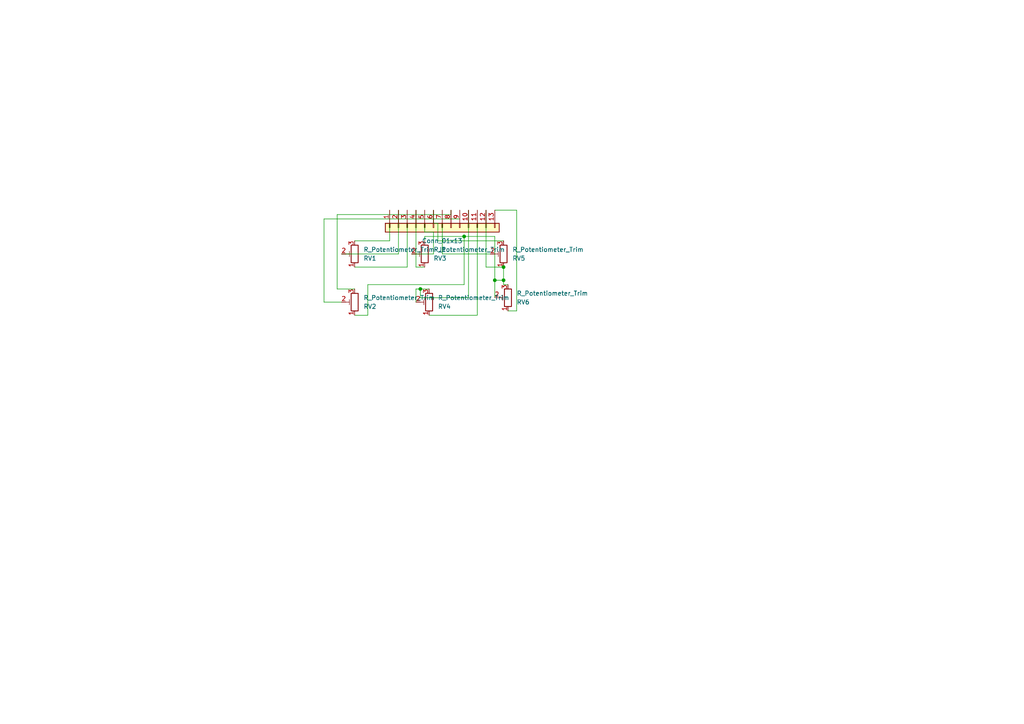
<source format=kicad_sch>
(kicad_sch (version 20211123) (generator eeschema)
  (paper "A4")
  (lib_symbols
    (symbol "Connector_Generic:Conn_01x13" (pin_names (offset 1.016) hide)
      (property "Reference" "J" (at 0 17.78 0))
      (property "Value" "Conn_01x13" (at 0 -17.78 0))
      (symbol "Conn_01x13_1_1"
        (rectangle (start -1.27 -15.113) (end 0 -15.367) (stroke (width 0.1524)))
        (rectangle (start -1.27 -12.573) (end 0 -12.827) (stroke (width 0.1524)))
        (rectangle (start -1.27 -10.033) (end 0 -10.287) (stroke (width 0.1524)))
        (rectangle (start -1.27 -7.493) (end 0 -7.747) (stroke (width 0.1524)))
        (rectangle (start -1.27 -4.953) (end 0 -5.207) (stroke (width 0.1524)))
        (rectangle (start -1.27 -2.413) (end 0 -2.667) (stroke (width 0.1524)))
        (rectangle (start -1.27 0.127) (end 0 -0.127) (stroke (width 0.1524)))
        (rectangle (start -1.27 2.667) (end 0 2.413) (stroke (width 0.1524)))
        (rectangle (start -1.27 5.207) (end 0 4.953) (stroke (width 0.1524)))
        (rectangle (start -1.27 7.747) (end 0 7.493) (stroke (width 0.1524)))
        (rectangle (start -1.27 10.287) (end 0 10.033) (stroke (width 0.1524)))
        (rectangle (start -1.27 12.827) (end 0 12.573) (stroke (width 0.1524)))
        (rectangle (start -1.27 15.367) (end 0 15.113) (stroke (width 0.1524)))
        (rectangle (start -1.27 16.51) (end 1.27 -16.51) (stroke (width 0.254)) (fill (type background)))
        (pin passive line (at -5.08 15.24 0) (length 3.81) (name "Pin_1") (number "1"))
        (pin passive line (at -5.08 -7.62 0) (length 3.81) (name "Pin_10") (number "10"))
        (pin passive line (at -5.08 -10.16 0) (length 3.81) (name "Pin_11") (number "11"))
        (pin passive line (at -5.08 -12.7 0) (length 3.81) (name "Pin_12") (number "12"))
        (pin passive line (at -5.08 -15.24 0) (length 3.81) (name "Pin_13") (number "13"))
        (pin passive line (at -5.08 12.7 0) (length 3.81) (name "Pin_2") (number "2"))
        (pin passive line (at -5.08 10.16 0) (length 3.81) (name "Pin_3") (number "3"))
        (pin passive line (at -5.08 7.62 0) (length 3.81) (name "Pin_4") (number "4"))
        (pin passive line (at -5.08 5.08 0) (length 3.81) (name "Pin_5") (number "5"))
        (pin passive line (at -5.08 2.54 0) (length 3.81) (name "Pin_6") (number "6"))
        (pin passive line (at -5.08 0 0) (length 3.81) (name "Pin_7") (number "7"))
        (pin passive line (at -5.08 -2.54 0) (length 3.81) (name "Pin_8") (number "8"))
        (pin passive line (at -5.08 -5.08 0) (length 3.81) (name "Pin_9") (number "9"))
      )
    )
    (symbol "Device:R_Potentiometer_Trim" (pin_names (offset 1.016) hide)
      (property "Reference" "RV" (at -4.445 0 90))
      (property "Value" "R_Potentiometer_Trim" (at -2.54 0 90))
      (symbol "R_Potentiometer_Trim_0_1"
        (polyline (pts (xy 1.524 0.762) (xy 1.524 -0.762)))
        (polyline (pts (xy 2.54 0) (xy 1.524 0)))
        (rectangle (start 1.016 2.54) (end -1.016 -2.54) (stroke (width 0.254)))
      )
      (symbol "R_Potentiometer_Trim_1_1"
        (pin passive line (at 0 3.81 270) (length 1.27) (name "1") (number "1"))
        (pin passive line (at 3.81 0 180) (length 1.27) (name "2") (number "2"))
        (pin passive line (at 0 -3.81 90) (length 1.27) (name "3") (number "3"))
      )
    )
  )
  (junction (at 134.62 68.58))
  (junction (at 146.05 77.47))
  (junction (at 146.05 81.28))
  (junction (at 121.92 83.82))
  (junction (at 143.51 81.28))
  (wire (pts (xy 121.92 83.82) (xy 124.46 83.82)))
  (wire (pts (xy 97.79 62.23) (xy 97.79 83.82)))
  (wire (pts (xy 146.05 82.55) (xy 147.32 82.55)))
  (wire (pts (xy 143.51 68.58) (xy 134.62 68.58)))
  (wire (pts (xy 121.92 83.82) (xy 121.92 86.36)))
  (wire (pts (xy 140.97 60.96) (xy 140.97 77.47)))
  (wire (pts (xy 138.43 91.44) (xy 124.46 91.44)))
  (wire (pts (xy 118.11 77.47) (xy 102.87 77.47)))
  (wire (pts (xy 135.89 86.36) (xy 121.92 86.36)))
  (wire (pts (xy 120.65 87.63) (xy 120.65 83.82)))
  (wire (pts (xy 93.98 87.63) (xy 99.06 87.63)))
  (wire (pts (xy 118.11 60.96) (xy 118.11 77.47)))
  (wire (pts (xy 97.79 83.82) (xy 102.87 83.82)))
  (wire (pts (xy 130.81 62.23) (xy 97.79 62.23)))
  (wire (pts (xy 134.62 68.58) (xy 123.19 68.58)))
  (wire (pts (xy 133.35 60.96) (xy 133.35 63.5)))
  (wire (pts (xy 113.03 60.96) (xy 113.03 69.85)))
  (wire (pts (xy 134.62 68.58) (xy 134.62 82.55)))
  (wire (pts (xy 93.98 63.5) (xy 93.98 87.63)))
  (wire (pts (xy 106.68 82.55) (xy 106.68 91.44)))
  (wire (pts (xy 146.05 81.28) (xy 146.05 82.55)))
  (wire (pts (xy 120.65 83.82) (xy 121.92 83.82)))
  (wire (pts (xy 127 69.85) (xy 146.05 69.85)))
  (wire (pts (xy 149.86 90.17) (xy 147.32 90.17)))
  (wire (pts (xy 115.57 60.96) (xy 115.57 73.66)))
  (wire (pts (xy 146.05 81.28) (xy 143.51 81.28)))
  (wire (pts (xy 127 64.77) (xy 127 69.85)))
  (wire (pts (xy 128.27 73.66) (xy 142.24 73.66)))
  (wire (pts (xy 123.19 60.96) (xy 123.19 67.31)))
  (wire (pts (xy 120.65 60.96) (xy 120.65 77.47)))
  (wire (pts (xy 138.43 60.96) (xy 138.43 91.44)))
  (wire (pts (xy 128.27 60.96) (xy 128.27 73.66)))
  (wire (pts (xy 125.73 67.31) (xy 125.73 73.66)))
  (wire (pts (xy 106.68 91.44) (xy 102.87 91.44)))
  (wire (pts (xy 125.73 64.77) (xy 127 64.77)))
  (wire (pts (xy 134.62 82.55) (xy 106.68 82.55)))
  (wire (pts (xy 113.03 69.85) (xy 102.87 69.85)))
  (wire (pts (xy 130.81 60.96) (xy 130.81 62.23)))
  (wire (pts (xy 143.51 60.96) (xy 149.86 60.96)))
  (wire (pts (xy 135.89 60.96) (xy 135.89 86.36)))
  (wire (pts (xy 125.73 60.96) (xy 125.73 64.77)))
  (wire (pts (xy 149.86 60.96) (xy 149.86 90.17)))
  (wire (pts (xy 146.05 77.47) (xy 146.05 81.28)))
  (wire (pts (xy 123.19 67.31) (xy 125.73 67.31)))
  (wire (pts (xy 133.35 63.5) (xy 93.98 63.5)))
  (wire (pts (xy 115.57 73.66) (xy 99.06 73.66)))
  (wire (pts (xy 143.51 68.58) (xy 143.51 81.28)))
  (wire (pts (xy 120.65 77.47) (xy 123.19 77.47)))
  (wire (pts (xy 123.19 68.58) (xy 123.19 69.85)))
  (wire (pts (xy 125.73 73.66) (xy 119.38 73.66)))
  (wire (pts (xy 143.51 81.28) (xy 143.51 86.36)))
  (wire (pts (xy 140.97 77.47) (xy 146.05 77.47)))
  (symbol (lib_id "Device:R_Potentiometer_Trim") (at 123.19 73.66 180) (unit 1)
    (property "Reference" "RV3" (at 125.73 74.9301 0) (effects (justify right)))
    (property "Value" "R_Potentiometer_Trim" (at 125.73 72.3901 0) (effects (justify right)))
    (property "Footprint" "Potentiometer_THT:Potentiometer_Piher_PT-10-V10_Vertical" (effects hide))
  )
  (symbol (lib_id "Device:R_Potentiometer_Trim") (at 102.87 87.63 180) (unit 1)
    (property "Reference" "RV2" (at 105.41 88.9001 0) (effects (justify right)))
    (property "Value" "R_Potentiometer_Trim" (at 105.41 86.3601 0) (effects (justify right)))
    (property "Footprint" "Potentiometer_THT:Potentiometer_Piher_PT-10-V10_Vertical" (effects hide))
  )
  (symbol (lib_id "Device:R_Potentiometer_Trim") (at 147.32 86.36 180) (unit 1)
    (property "Reference" "RV6" (at 149.86 87.6301 0) (effects (justify right)))
    (property "Value" "R_Potentiometer_Trim" (at 149.86 85.0901 0) (effects (justify right)))
    (property "Footprint" "Potentiometer_THT:Potentiometer_Piher_PT-10-V10_Vertical" (effects hide))
  )
  (symbol (lib_id "Device:R_Potentiometer_Trim") (at 146.05 73.66 180) (unit 1)
    (property "Reference" "RV5" (at 148.59 74.9301 0) (effects (justify right)))
    (property "Value" "R_Potentiometer_Trim" (at 148.59 72.3901 0) (effects (justify right)))
    (property "Footprint" "Potentiometer_THT:Potentiometer_Piher_PT-10-V10_Vertical" (effects hide))
  )
  (symbol (lib_id "Device:R_Potentiometer_Trim") (at 124.46 87.63 180) (unit 1)
    (property "Reference" "RV4" (at 127 88.9001 0) (effects (justify right)))
    (property "Value" "R_Potentiometer_Trim" (at 127 86.3601 0) (effects (justify right)))
    (property "Footprint" "Potentiometer_THT:Potentiometer_Piher_PT-10-V10_Vertical" (effects hide))
  )
  (symbol (lib_id "Device:R_Potentiometer_Trim") (at 102.87 73.66 180) (unit 1)
    (property "Reference" "RV1" (at 105.41 74.9301 0) (effects (justify right)))
    (property "Value" "R_Potentiometer_Trim" (at 105.41 72.3901 0) (effects (justify right)))
    (property "Footprint" "Potentiometer_THT:Potentiometer_Piher_PT-10-V10_Vertical" (effects hide))
  )
  (symbol (lib_id "Connector_Generic:Conn_01x13") (at 128.27 66.04 90) (mirror x) (unit 1)
    (property "Reference" "J1" (at 128.27 72.39 90))
    (property "Value" "Conn_01x13" (at 128.27 69.85 90))
    (property "Footprint" "Connector_JST:JST_XH_S13B-XH-A-1_1x13_P2.50mm_Horizontal" (effects hide))
  )
)
</source>
